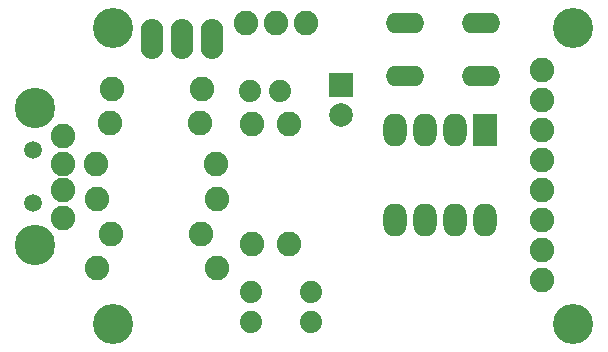
<source format=gbs>
G04 #@! TF.GenerationSoftware,KiCad,Pcbnew,(5.0.0)*
G04 #@! TF.CreationDate,2018-10-03T22:20:58-03:00*
G04 #@! TF.ProjectId,Franzininho-DIY-LUCHTEC,4672616E7A696E696E686F2D4449592D,rev?*
G04 #@! TF.SameCoordinates,Original*
G04 #@! TF.FileFunction,Soldermask,Bot*
G04 #@! TF.FilePolarity,Negative*
%FSLAX46Y46*%
G04 Gerber Fmt 4.6, Leading zero omitted, Abs format (unit mm)*
G04 Created by KiCad (PCBNEW (5.0.0)) date 10/03/18 22:20:58*
%MOMM*%
%LPD*%
G01*
G04 APERTURE LIST*
%ADD10C,1.879600*%
%ADD11C,3.400000*%
%ADD12C,1.500000*%
%ADD13C,3.419200*%
%ADD14C,2.082800*%
%ADD15O,3.251200X1.727200*%
%ADD16O,1.920000X3.400000*%
%ADD17O,2.000000X2.800000*%
%ADD18R,2.000000X2.800000*%
%ADD19C,2.000000*%
%ADD20R,2.000000X2.000000*%
G04 APERTURE END LIST*
D10*
G04 #@! TO.C,ON*
X144272000Y-114808000D03*
X144272000Y-117348000D03*
G04 #@! TD*
D11*
G04 #@! TO.C,@HOLE0*
X132562350Y-92436100D03*
G04 #@! TD*
G04 #@! TO.C,@HOLE1*
X171562350Y-92436100D03*
G04 #@! TD*
G04 #@! TO.C,@HOLE2*
X171562350Y-117436100D03*
G04 #@! TD*
G04 #@! TO.C,@HOLE3*
X132562350Y-117436100D03*
G04 #@! TD*
D12*
G04 #@! TO.C,X1*
X125852350Y-107268600D03*
X125852350Y-102768600D03*
D13*
X125952350Y-99218600D03*
X125952350Y-110818600D03*
D14*
X128352350Y-108518600D03*
X128352350Y-106145600D03*
X128352350Y-103891600D03*
X128352350Y-101518600D03*
G04 #@! TD*
G04 #@! TO.C,D2*
X132435850Y-109814100D03*
X140055850Y-109814100D03*
G04 #@! TD*
G04 #@! TO.C,D1*
X132336850Y-100452100D03*
X139956850Y-100452100D03*
G04 #@! TD*
D10*
G04 #@! TO.C,C1*
X146685000Y-97790000D03*
X144145000Y-97790000D03*
G04 #@! TD*
D14*
G04 #@! TO.C,R1*
X141342350Y-103928100D03*
X131182350Y-103928100D03*
G04 #@! TD*
G04 #@! TO.C,R2*
X141404850Y-106893100D03*
X131244850Y-106893100D03*
G04 #@! TD*
G04 #@! TO.C,R3*
X131244850Y-112776000D03*
X141404850Y-112776000D03*
G04 #@! TD*
D10*
G04 #@! TO.C,LED*
X149352000Y-114808000D03*
X149352000Y-117348000D03*
G04 #@! TD*
D14*
G04 #@! TO.C,R5*
X147485850Y-110703100D03*
X147485850Y-100543100D03*
G04 #@! TD*
G04 #@! TO.C,D3*
X140126450Y-97610500D03*
X132506450Y-97610500D03*
G04 #@! TD*
G04 #@! TO.C,R4*
X144320850Y-110703100D03*
X144320850Y-100543100D03*
G04 #@! TD*
G04 #@! TO.C,JP3*
X168879850Y-95981100D03*
X168879850Y-98521100D03*
X168879850Y-101061100D03*
X168879850Y-103601100D03*
X168879850Y-106141100D03*
X168879850Y-108681100D03*
X168879850Y-111221100D03*
X168879850Y-113761100D03*
G04 #@! TD*
G04 #@! TO.C,J1*
X143812350Y-91976100D03*
X146352350Y-91976100D03*
X148892350Y-91976100D03*
G04 #@! TD*
D15*
G04 #@! TO.C,RESET*
X163779200Y-96494600D03*
X157276800Y-96494600D03*
X163779200Y-91973400D03*
X157276800Y-91973400D03*
G04 #@! TD*
D16*
G04 #@! TO.C,U1*
X135890000Y-93345000D03*
X140970000Y-93345000D03*
X138430000Y-93345000D03*
G04 #@! TD*
D17*
G04 #@! TO.C,IC1*
X164084000Y-108712000D03*
X156464000Y-101092000D03*
X161544000Y-108712000D03*
X159004000Y-101092000D03*
X159004000Y-108712000D03*
X161544000Y-101092000D03*
X156464000Y-108712000D03*
D18*
X164084000Y-101092000D03*
G04 #@! TD*
D19*
G04 #@! TO.C,C2*
X151892000Y-99782000D03*
D20*
X151892000Y-97282000D03*
G04 #@! TD*
M02*

</source>
